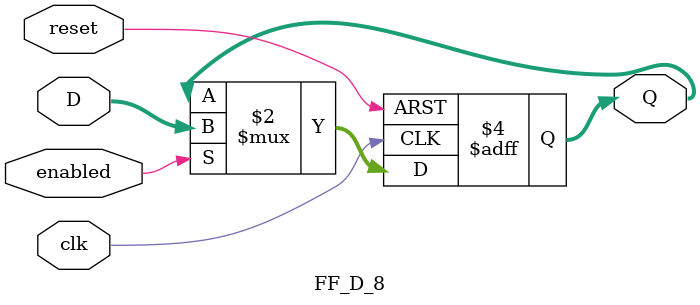
<source format=v>
module FF_D_8 (input clk, reset, enabled, input [7:0] D, output reg [7:0] Q);

    always @ (posedge clk, posedge reset)
        if (reset)
            Q <= 8'b0000;
        else if (enabled)
            Q <= D;

endmodule

</source>
